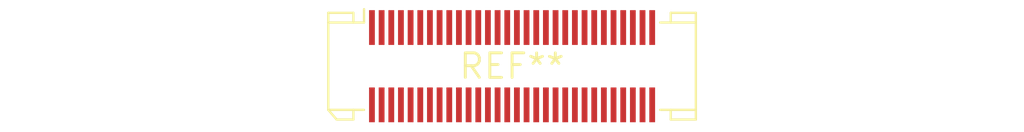
<source format=kicad_pcb>
(kicad_pcb (version 20240108) (generator pcbnew)
  (layers (0 "F.Cu" signal) (31 "B.Cu" signal) (34 "B.Paste" user) (35 "F.Paste" user) (36 "B.SilkS" user "B.Silkscreen") (37 "F.SilkS" user "F.Silkscreen") (38 "B.Mask" user) (39 "F.Mask" user) (44 "Edge.Cuts" user))
  (net 0 "")
  (footprint "Molex_SlimStack_52991-0608_2x30_P0.50mm_Vertical" (layer "F.Cu") (at 0 0)
    (property "Reference" "REF**")
    (property "Value" "Molex_SlimStack_52991-0608_2x30_P0.50mm_Vertical")
    (fp_line (start -9.51 -2.76) (end -8.21 -2.76) (layer "F.SilkS") (stroke (width 0.12)))
    (fp_line (start -9.51 -2.26) (end -9.51 -2.76) (layer "F.SilkS") (stroke (width 0.12)))
    (fp_line (start -9.51 -2.26) (end -7.66 -2.26) (layer "F.SilkS") (stroke (width 0.12)))
    (fp_line (start -9.51 2.26) (end -9.51 -2.26) (layer "F.SilkS") (stroke (width 0.12)))
    (fp_line (start -9.51 2.26) (end -9.076667 2.76) (layer "F.SilkS") (stroke (width 0.12)))
    (fp_line (start -9.076667 2.76) (end -8.21 2.76) (layer "F.SilkS") (stroke (width 0.12)))
    (fp_line (start -8.21 -2.76) (end -8.21 -2.26) (layer "F.SilkS") (stroke (width 0.12)))
    (fp_line (start -8.21 2.76) (end -8.21 2.26) (layer "F.SilkS") (stroke (width 0.12)))
    (fp_line (start -7.66 -2.26) (end -7.66 -2.95) (layer "F.SilkS") (stroke (width 0.12)))
    (fp_line (start -7.66 2.26) (end -9.51 2.26) (layer "F.SilkS") (stroke (width 0.12)))
    (fp_line (start 7.66 2.26) (end 9.51 2.26) (layer "F.SilkS") (stroke (width 0.12)))
    (fp_line (start 8.21 -2.76) (end 8.21 -2.26) (layer "F.SilkS") (stroke (width 0.12)))
    (fp_line (start 8.21 2.76) (end 8.21 2.26) (layer "F.SilkS") (stroke (width 0.12)))
    (fp_line (start 9.51 -2.76) (end 8.21 -2.76) (layer "F.SilkS") (stroke (width 0.12)))
    (fp_line (start 9.51 -2.26) (end 7.66 -2.26) (layer "F.SilkS") (stroke (width 0.12)))
    (fp_line (start 9.51 -2.26) (end 9.51 -2.76) (layer "F.SilkS") (stroke (width 0.12)))
    (fp_line (start 9.51 2.26) (end 9.51 -2.26) (layer "F.SilkS") (stroke (width 0.12)))
    (fp_line (start 9.51 2.26) (end 9.51 2.76) (layer "F.SilkS") (stroke (width 0.12)))
    (fp_line (start 9.51 2.76) (end 8.21 2.76) (layer "F.SilkS") (stroke (width 0.12)))
    (pad "1" smd rect (at -7.25 -2) (size 0.3 1.8) (layers "F.Cu" "F.Paste" "F.Mask"))
    (pad "2" smd rect (at -7.25 2) (size 0.3 1.8) (layers "F.Cu" "F.Paste" "F.Mask"))
    (pad "3" smd rect (at -6.75 -2) (size 0.3 1.8) (layers "F.Cu" "F.Paste" "F.Mask"))
    (pad "4" smd rect (at -6.75 2) (size 0.3 1.8) (layers "F.Cu" "F.Paste" "F.Mask"))
    (pad "5" smd rect (at -6.25 -2) (size 0.3 1.8) (layers "F.Cu" "F.Paste" "F.Mask"))
    (pad "6" smd rect (at -6.25 2) (size 0.3 1.8) (layers "F.Cu" "F.Paste" "F.Mask"))
    (pad "7" smd rect (at -5.75 -2) (size 0.3 1.8) (layers "F.Cu" "F.Paste" "F.Mask"))
    (pad "8" smd rect (at -5.75 2) (size 0.3 1.8) (layers "F.Cu" "F.Paste" "F.Mask"))
    (pad "9" smd rect (at -5.25 -2) (size 0.3 1.8) (layers "F.Cu" "F.Paste" "F.Mask"))
    (pad "10" smd rect (at -5.25 2) (size 0.3 1.8) (layers "F.Cu" "F.Paste" "F.Mask"))
    (pad "11" smd rect (at -4.75 -2) (size 0.3 1.8) (layers "F.Cu" "F.Paste" "F.Mask"))
    (pad "12" smd rect (at -4.75 2) (size 0.3 1.8) (layers "F.Cu" "F.Paste" "F.Mask"))
    (pad "13" smd rect (at -4.25 -2) (size 0.3 1.8) (layers "F.Cu" "F.Paste" "F.Mask"))
    (pad "14" smd rect (at -4.25 2) (size 0.3 1.8) (layers "F.Cu" "F.Paste" "F.Mask"))
    (pad "15" smd rect (at -3.75 -2) (size 0.3 1.8) (layers "F.Cu" "F.Paste" "F.Mask"))
    (pad "16" smd rect (at -3.75 2) (size 0.3 1.8) (layers "F.Cu" "F.Paste" "F.Mask"))
    (pad "17" smd rect (at -3.25 -2) (size 0.3 1.8) (layers "F.Cu" "F.Paste" "F.Mask"))
    (pad "18" smd rect (at -3.25 2) (size 0.3 1.8) (layers "F.Cu" "F.Paste" "F.Mask"))
    (pad "19" smd rect (at -2.75 -2) (size 0.3 1.8) (layers "F.Cu" "F.Paste" "F.Mask"))
    (pad "20" smd rect (at -2.75 2) (size 0.3 1.8) (layers "F.Cu" "F.Paste" "F.Mask"))
    (pad "21" smd rect (at -2.25 -2) (size 0.3 1.8) (layers "F.Cu" "F.Paste" "F.Mask"))
    (pad "22" smd rect (at -2.25 2) (size 0.3 1.8) (layers "F.Cu" "F.Paste" "F.Mask"))
    (pad "23" smd rect (at -1.75 -2) (size 0.3 1.8) (layers "F.Cu" "F.Paste" "F.Mask"))
    (pad "24" smd rect (at -1.75 2) (size 0.3 1.8) (layers "F.Cu" "F.Paste" "F.Mask"))
    (pad "25" smd rect (at -1.25 -2) (size 0.3 1.8) (layers "F.Cu" "F.Paste" "F.Mask"))
    (pad "26" smd rect (at -1.25 2) (size 0.3 1.8) (layers "F.Cu" "F.Paste" "F.Mask"))
    (pad "27" smd rect (at -0.75 -2) (size 0.3 1.8) (layers "F.Cu" "F.Paste" "F.Mask"))
    (pad "28" smd rect (at -0.75 2) (size 0.3 1.8) (layers "F.Cu" "F.Paste" "F.Mask"))
    (pad "29" smd rect (at -0.25 -2) (size 0.3 1.8) (layers "F.Cu" "F.Paste" "F.Mask"))
    (pad "30" smd rect (at -0.25 2) (size 0.3 1.8) (layers "F.Cu" "F.Paste" "F.Mask"))
    (pad "31" smd rect (at 0.25 -2) (size 0.3 1.8) (layers "F.Cu" "F.Paste" "F.Mask"))
    (pad "32" smd rect (at 0.25 2) (size 0.3 1.8) (layers "F.Cu" "F.Paste" "F.Mask"))
    (pad "33" smd rect (at 0.75 -2) (size 0.3 1.8) (layers "F.Cu" "F.Paste" "F.Mask"))
    (pad "34" smd rect (at 0.75 2) (size 0.3 1.8) (layers "F.Cu" "F.Paste" "F.Mask"))
    (pad "35" smd rect (at 1.25 -2) (size 0.3 1.8) (layers "F.Cu" "F.Paste" "F.Mask"))
    (pad "36" smd rect (at 1.25 2) (size 0.3 1.8) (layers "F.Cu" "F.Paste" "F.Mask"))
    (pad "37" smd rect (at 1.75 -2) (size 0.3 1.8) (layers "F.Cu" "F.Paste" "F.Mask"))
    (pad "38" smd rect (at 1.75 2) (size 0.3 1.8) (layers "F.Cu" "F.Paste" "F.Mask"))
    (pad "39" smd rect (at 2.25 -2) (size 0.3 1.8) (layers "F.Cu" "F.Paste" "F.Mask"))
    (pad "40" smd rect (at 2.25 2) (size 0.3 1.8) (layers "F.Cu" "F.Paste" "F.Mask"))
    (pad "41" smd rect (at 2.75 -2) (size 0.3 1.8) (layers "F.Cu" "F.Paste" "F.Mask"))
    (pad "42" smd rect (at 2.75 2) (size 0.3 1.8) (layers "F.Cu" "F.Paste" "F.Mask"))
    (pad "43" smd rect (at 3.25 -2) (size 0.3 1.8) (layers "F.Cu" "F.Paste" "F.Mask"))
    (pad "44" smd rect (at 3.25 2) (size 0.3 1.8) (layers "F.Cu" "F.Paste" "F.Mask"))
    (pad "45" smd rect (at 3.75 -2) (size 0.3 1.8) (layers "F.Cu" "F.Paste" "F.Mask"))
    (pad "46" smd rect (at 3.75 2) (size 0.3 1.8) (layers "F.Cu" "F.Paste" "F.Mask"))
    (pad "47" smd rect (at 4.25 -2) (size 0.3 1.8) (layers "F.Cu" "F.Paste" "F.Mask"))
    (pad "48" smd rect (at 4.25 2) (size 0.3 1.8) (layers "F.Cu" "F.Paste" "F.Mask"))
    (pad "49" smd rect (at 4.75 -2) (size 0.3 1.8) (layers "F.Cu" "F.Paste" "F.Mask"))
    (pad "50" smd rect (at 4.75 2) (size 0.3 1.8) (layers "F.Cu" "F.Paste" "F.Mask"))
    (pad "51" smd rect (at 5.25 -2) (size 0.3 1.8) (layers "F.Cu" "F.Paste" "F.Mask"))
    (pad "52" smd rect (at 5.25 2) (size 0.3 1.8) (layers "F.Cu" "F.Paste" "F.Mask"))
    (pad "53" smd rect (at 5.75 -2) (size 0.3 1.8) (layers "F.Cu" "F.Paste" "F.Mask"))
    (pad "54" smd rect (at 5.75 2) (size 0.3 1.8) (layers "F.Cu" "F.Paste" "F.Mask"))
    (pad "55" smd rect (at 6.25 -2) (size 0.3 1.8) (layers "F.Cu" "F.Paste" "F.Mask"))
    (pad "56" smd rect (at 6.25 2) (size 0.3 1.8) (layers "F.Cu" "F.Paste" "F.Mask"))
    (pad "57" smd rect (at 6.75 -2) (size 0.3 1.8) (layers "F.Cu" "F.Paste" "F.Mask"))
    (pad "58" smd rect (at 6.75 2) (size 0.3 1.8) (layers "F.Cu" "F.Paste" "F.Mask"))
    (pad "59" smd rect (at 7.25 -2) (size 0.3 1.8) (layers "F.Cu" "F.Paste" "F.Mask"))
    (pad "60" smd rect (at 7.25 2) (size 0.3 1.8) (layers "F.Cu" "F.Paste" "F.Mask"))
  )
)
</source>
